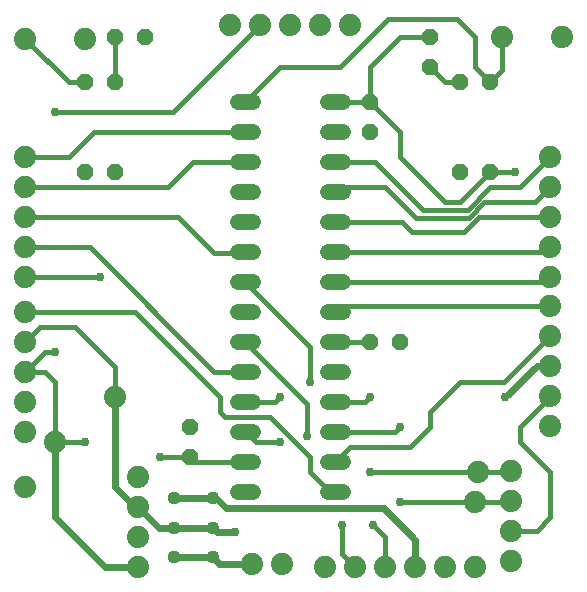
<source format=gbr>
G04 EAGLE Gerber RS-274X export*
G75*
%MOMM*%
%FSLAX34Y34*%
%LPD*%
%INTop Copper*%
%IPPOS*%
%AMOC8*
5,1,8,0,0,1.08239X$1,22.5*%
G01*
%ADD10P,1.429621X8X22.500000*%
%ADD11P,1.429621X8X112.500000*%
%ADD12P,1.429621X8X292.500000*%
%ADD13P,1.429621X8X202.500000*%
%ADD14C,1.320800*%
%ADD15C,1.879600*%
%ADD16C,1.108000*%
%ADD17C,0.609600*%
%ADD18C,0.406400*%
%ADD19C,0.756400*%


D10*
X317500Y212090D03*
X342900Y212090D03*
D11*
X165100Y114300D03*
X165100Y139700D03*
D12*
X317500Y415290D03*
X317500Y389890D03*
X368300Y469900D03*
X368300Y444500D03*
D13*
X127000Y469900D03*
X101600Y469900D03*
D11*
X393700Y355600D03*
X393700Y431800D03*
X101600Y355600D03*
X101600Y431800D03*
D12*
X419100Y431800D03*
X419100Y355600D03*
X76200Y431800D03*
X76200Y355600D03*
D14*
X205296Y415100D02*
X218504Y415100D01*
X218504Y389700D02*
X205296Y389700D01*
X205296Y364300D02*
X218504Y364300D01*
X218504Y338900D02*
X205296Y338900D01*
X205296Y313500D02*
X218504Y313500D01*
X218504Y288100D02*
X205296Y288100D01*
X205296Y262700D02*
X218504Y262700D01*
X218504Y237300D02*
X205296Y237300D01*
X205296Y211900D02*
X218504Y211900D01*
X218504Y186500D02*
X205296Y186500D01*
X205296Y161100D02*
X218504Y161100D01*
X218504Y135700D02*
X205296Y135700D01*
X205296Y110300D02*
X218504Y110300D01*
X218504Y84900D02*
X205296Y84900D01*
X281496Y84900D02*
X294704Y84900D01*
X294704Y110300D02*
X281496Y110300D01*
X281496Y135700D02*
X294704Y135700D01*
X294704Y161100D02*
X281496Y161100D01*
X281496Y186500D02*
X294704Y186500D01*
X294704Y211900D02*
X281496Y211900D01*
X281496Y237300D02*
X294704Y237300D01*
X294704Y262700D02*
X281496Y262700D01*
X281496Y288100D02*
X294704Y288100D01*
X294704Y313500D02*
X281496Y313500D01*
X281496Y338900D02*
X294704Y338900D01*
X294704Y364300D02*
X281496Y364300D01*
X281496Y389700D02*
X294704Y389700D01*
X294704Y415100D02*
X281496Y415100D01*
D15*
X406400Y76200D03*
X408940Y101600D03*
X469900Y368300D03*
X469900Y342900D03*
X469900Y317500D03*
X469900Y292100D03*
X469900Y266700D03*
X469900Y242570D03*
X469900Y217170D03*
X469900Y191770D03*
X469900Y166370D03*
X469900Y140970D03*
X25400Y237490D03*
X25400Y212090D03*
X25400Y186690D03*
X25400Y161290D03*
X25400Y135890D03*
X25400Y368300D03*
X25400Y342900D03*
X25400Y317500D03*
X25400Y292100D03*
X25400Y266700D03*
X101600Y165100D03*
X50800Y127000D03*
X25400Y88900D03*
X242570Y24130D03*
X217170Y24130D03*
D16*
X151140Y29610D03*
X151140Y54610D03*
X151140Y79610D03*
X184140Y79610D03*
X184140Y54610D03*
X184140Y29610D03*
D15*
X120650Y21590D03*
X120650Y46990D03*
X120650Y72390D03*
X120650Y97790D03*
X406210Y21590D03*
X380810Y21590D03*
X355410Y21590D03*
X330010Y21590D03*
X304610Y21590D03*
X279210Y21590D03*
X199200Y480060D03*
X224600Y480060D03*
X250000Y480060D03*
X275400Y480060D03*
X300800Y480060D03*
X436880Y26670D03*
X436880Y52070D03*
X436880Y77470D03*
X436880Y102870D03*
X429260Y469900D03*
X480060Y469900D03*
X25400Y468630D03*
X76200Y468630D03*
D17*
X151140Y29610D02*
X184140Y29610D01*
X189620Y24130D02*
X217170Y24130D01*
X189620Y24130D02*
X184140Y29610D01*
D18*
X169100Y110300D02*
X211900Y110300D01*
X169100Y110300D02*
X165100Y114300D01*
X288100Y415100D02*
X317310Y415100D01*
X317500Y415290D01*
X342900Y469900D02*
X368300Y469900D01*
X342900Y469900D02*
X317500Y444500D01*
X317500Y415290D01*
X393700Y330200D02*
X419100Y355600D01*
X393700Y330200D02*
X381000Y330200D01*
X342900Y368300D01*
X342900Y389510D02*
X317310Y415100D01*
X342900Y389510D02*
X342900Y368300D01*
X436880Y52070D02*
X458470Y52070D01*
X469900Y63500D01*
X469900Y101600D01*
X444500Y127000D01*
X444500Y139700D01*
X469900Y165100D02*
X469900Y166370D01*
X469900Y165100D02*
X444500Y139700D01*
D17*
X120650Y21590D02*
X92710Y21590D01*
X50800Y63500D01*
X50800Y127000D01*
D18*
X50800Y177800D01*
X41910Y186690D01*
X25400Y186690D01*
X41910Y203200D01*
X50800Y203200D01*
D19*
X50800Y203200D03*
D18*
X50800Y127000D02*
X76200Y127000D01*
D19*
X76200Y127000D03*
X139700Y114300D03*
D18*
X165100Y114300D01*
X419100Y355600D02*
X438150Y355600D01*
X439420Y356870D01*
X440055Y356235D01*
D19*
X440055Y356235D03*
D18*
X224600Y480060D02*
X150940Y406400D01*
X50800Y406400D01*
D19*
X50800Y406400D03*
D17*
X151140Y79610D02*
X184140Y79610D01*
X187090Y79610D01*
X195580Y71120D02*
X328930Y71120D01*
X355410Y44640D01*
X355410Y21590D01*
X195580Y71120D02*
X187090Y79610D01*
D18*
X381000Y431800D02*
X393700Y431800D01*
X381000Y431800D02*
X368300Y444500D01*
X101600Y431800D02*
X101600Y469900D01*
X288290Y212090D02*
X288100Y211900D01*
X288290Y212090D02*
X317500Y212090D01*
X429260Y441960D02*
X429260Y469900D01*
X429260Y441960D02*
X419100Y431800D01*
X406400Y444500D01*
X406400Y469900D01*
X391160Y485140D01*
X332740Y485140D01*
X292100Y444500D01*
X241300Y444500D01*
X211900Y415100D01*
X211900Y135700D02*
X220600Y127000D01*
X241300Y127000D01*
D19*
X241300Y127000D03*
D18*
X62230Y431800D02*
X25400Y468630D01*
X62230Y431800D02*
X76200Y431800D01*
X211900Y161100D02*
X237300Y161100D01*
X241300Y165100D01*
D19*
X241300Y165100D03*
D18*
X288100Y135700D02*
X338900Y135700D01*
X342900Y139700D01*
D19*
X342900Y139700D03*
X342900Y76200D03*
D18*
X406400Y76200D01*
X435610Y76200D02*
X436880Y77470D01*
X435610Y76200D02*
X406400Y76200D01*
X313500Y161100D02*
X288100Y161100D01*
X313500Y161100D02*
X317500Y165100D01*
D19*
X317500Y165100D03*
X317500Y101600D03*
D18*
X408940Y101600D01*
X435610Y101600D02*
X436880Y102870D01*
X435610Y101600D02*
X408940Y101600D01*
X266700Y207900D02*
X211900Y262700D01*
X266700Y207900D02*
X266700Y177800D01*
D19*
X266700Y177800D03*
X293370Y57150D03*
D18*
X293370Y32830D01*
X304610Y21590D01*
X264160Y159640D02*
X211900Y211900D01*
X264160Y159640D02*
X264160Y132080D01*
D19*
X264160Y132080D03*
X320040Y57150D03*
D18*
X330010Y47180D01*
X330010Y21590D01*
X62230Y368300D02*
X25400Y368300D01*
X62230Y368300D02*
X83820Y389890D01*
X211710Y389890D01*
X211900Y389700D01*
X167640Y364490D02*
X146050Y342900D01*
X167640Y364490D02*
X211710Y364490D01*
X211900Y364300D01*
X146050Y342900D02*
X25400Y342900D01*
X25400Y317500D02*
X154940Y317500D01*
X185420Y287020D01*
X210820Y287020D01*
X211900Y288100D01*
X80010Y292100D02*
X25400Y292100D01*
X185610Y186500D02*
X211900Y186500D01*
X185610Y186500D02*
X80010Y292100D01*
X88900Y266700D02*
X25400Y266700D01*
D19*
X88900Y266700D03*
D18*
X118110Y237490D02*
X25400Y237490D01*
X190500Y165100D02*
X190500Y152400D01*
X194310Y148590D01*
X266700Y114300D02*
X266700Y101600D01*
X283400Y84900D01*
X288100Y84900D01*
X190500Y165100D02*
X118110Y237490D01*
X194310Y148590D02*
X232410Y148590D01*
X266700Y114300D01*
X430530Y177800D02*
X469900Y217170D01*
X430530Y177800D02*
X393700Y177800D01*
X368300Y152400D01*
X368300Y139700D01*
X351600Y123000D01*
X300800Y123000D01*
X288100Y110300D01*
X293370Y242570D02*
X469900Y242570D01*
X293370Y242570D02*
X288100Y237300D01*
X465900Y262700D02*
X469900Y266700D01*
X465900Y262700D02*
X288100Y262700D01*
X465900Y288100D02*
X469900Y292100D01*
X465900Y288100D02*
X288100Y288100D01*
X409505Y317500D02*
X469900Y317500D01*
X353060Y304800D02*
X344170Y313690D01*
X288290Y313690D01*
X288100Y313500D01*
X396805Y304800D02*
X409505Y317500D01*
X396805Y304800D02*
X353060Y304800D01*
X457200Y330200D02*
X469900Y342900D01*
X414303Y330200D02*
X401095Y316992D01*
X356108Y316992D02*
X330200Y342900D01*
X292100Y342900D01*
X288100Y338900D01*
X414303Y330200D02*
X457200Y330200D01*
X401095Y316992D02*
X356108Y316992D01*
X444500Y342900D02*
X469900Y368300D01*
X400050Y323850D02*
X361950Y323850D01*
X321500Y364300D02*
X288100Y364300D01*
X419100Y342900D02*
X444500Y342900D01*
X419100Y342900D02*
X400050Y323850D01*
X361950Y323850D02*
X321500Y364300D01*
D17*
X184140Y54610D02*
X151140Y54610D01*
X138430Y54610D01*
X120650Y72390D01*
X184140Y54610D02*
X187950Y50800D01*
X203200Y50800D01*
D19*
X203200Y50800D03*
X431800Y165100D03*
D17*
X458470Y191770D01*
X469900Y191770D01*
X120650Y72390D02*
X118110Y72390D01*
X101600Y88900D01*
X101600Y165100D01*
D18*
X101600Y190500D01*
X67310Y224790D01*
X38100Y224790D01*
X25400Y212090D01*
M02*

</source>
